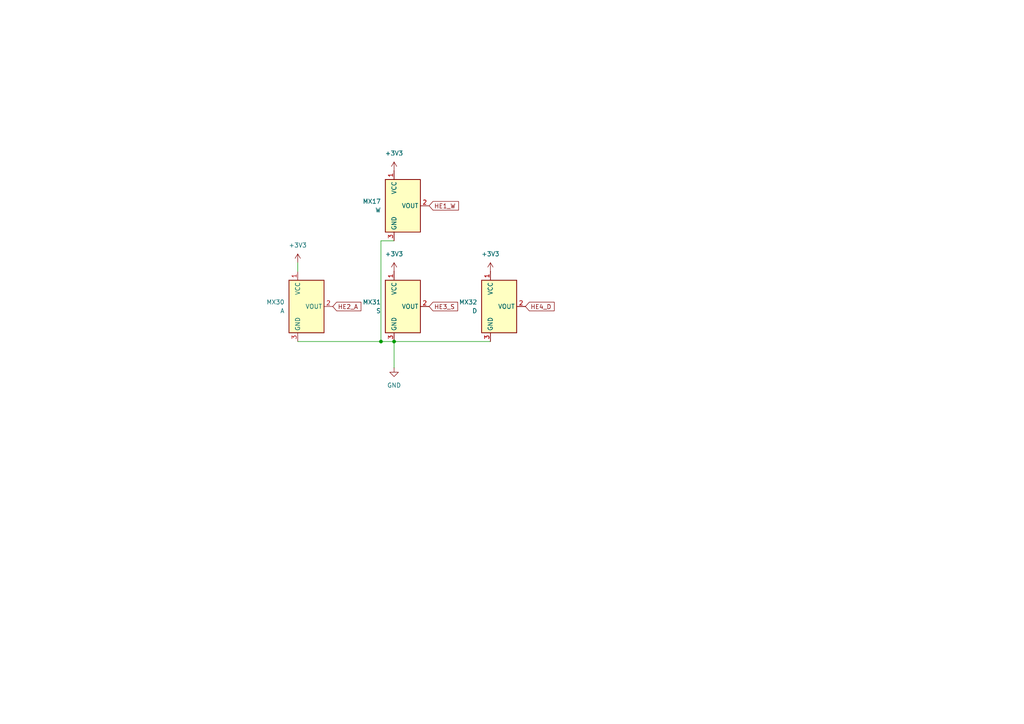
<source format=kicad_sch>
(kicad_sch (version 20250114) (generator "eeschema") (generator_version "9.0")
  (paper "A4")
  (lib_symbols
    (symbol "PCM_marbastlib-he:SW_MX_HE"
      (property "Reference" "HE" (at 0 11.43 0))
      (property "Value" "49E" (at 0 8.89 0))
      (symbol "SW_MX_HE_0_1"
        (rectangle (start -5.08 7.62) (end 5.08 -7.62) (stroke (width 0.254)) (fill (type background)))
      )
      (symbol "SW_MX_HE_1_1"
        (pin power_in line (at -2.54 10.16 270) (length 2.54) (name "VCC") (number "1"))
        (pin power_in line (at -2.54 -10.16 90) (length 2.54) (name "GND") (number "3"))
        (pin output line (at 7.62 0 180) (length 2.54) (name "VOUT") (number "2"))
      )
    )
    (symbol "power:+3V3" (power) (pin_numbers (hide yes)) (pin_names (offset 0) (hide yes))
      (property "Value" "+3V3" (at 0 3.556 0))
      (symbol "+3V3_0_1"
        (polyline (pts (xy -0.762 1.27) (xy 0 2.54)))
        (polyline (pts (xy 0 2.54) (xy 0.762 1.27)))
        (polyline (pts (xy 0 0) (xy 0 2.54)))
      )
      (symbol "+3V3_1_1"
        (pin power_in line (at 0 0 90) (length 0) (name "~") (number "1"))
      )
    )
    (symbol "power:GND" (power) (pin_numbers (hide yes)) (pin_names (offset 0) (hide yes))
      (property "Value" "GND" (at 0 -3.81 0))
      (symbol "GND_0_1"
        (polyline (pts (xy 0 0) (xy 0 -1.27) (xy 1.27 -1.27) (xy 0 -2.54) (xy -1.27 -1.27) (xy 0 -1.27)))
      )
      (symbol "GND_1_1"
        (pin power_in line (at 0 0 270) (length 0) (name "~") (number "1"))
      )
    )
  )
  (junction (at 114.3 99.06))
  (junction (at 110.49 99.06))
  (wire (pts (xy 110.49 69.85) (xy 110.49 99.06)))
  (wire (pts (xy 86.36 99.06) (xy 110.49 99.06)))
  (wire (pts (xy 114.3 69.85) (xy 110.49 69.85)))
  (wire (pts (xy 110.49 99.06) (xy 114.3 99.06)))
  (wire (pts (xy 86.36 76.2) (xy 86.36 78.74)))
  (wire (pts (xy 114.3 99.06) (xy 142.24 99.06)))
  (wire (pts (xy 114.3 106.68) (xy 114.3 99.06)))
  (global_label "HE2_A" (shape input) (at 96.52 88.9 0) (property "Intersheetrefs" "${INTERSHEET_REFS}" (effects (hide yes))))
  (global_label "HE3_S" (shape input) (at 124.46 88.9 0) (property "Intersheetrefs" "${INTERSHEET_REFS}" (effects (hide yes))))
  (global_label "HE4_D" (shape input) (at 152.4 88.9 0) (property "Intersheetrefs" "${INTERSHEET_REFS}" (effects (hide yes))))
  (global_label "HE1_W" (shape input) (at 124.46 59.69 0) (property "Intersheetrefs" "${INTERSHEET_REFS}" (effects (hide yes))))
  (symbol (lib_id "power:GND") (at 114.3 106.68 0) (unit 1)
    (property "Reference" "#PWR028" (effects (hide yes)))
    (property "Value" "GND" (at 114.3 111.76 0))
    (property "Description" "Power symbol creates a global label with name \"GND\" , ground" (effects (hide yes)))
  )
  (symbol (lib_id "PCM_marbastlib-he:SW_MX_HE") (at 88.9 88.9 0) (unit 1)
    (property "Reference" "MX30" (at 82.55 87.6299 0) (effects (justify right)))
    (property "Value" "A" (at 82.55 90.1699 0) (effects (justify right)))
    (property "Footprint" "PCM_marbastlib-xp-he:SW_MX_HE_90deg_1u" (effects (hide yes)))
    (property "Datasheet" "https://wmsc.lcsc.com/wmsc/upload/file/pdf/v2/lcsc/2310271810_Hallwee-HAL9303SO_C19089525.pdf" (effects (hide yes)))
    (property "Description" "Hall effect switch, bipolar, -+1000Gs, 4.7mV/Gs, -40C to +150C, SOT-23" (effects (hide yes)))
  )
  (symbol (lib_id "PCM_marbastlib-he:SW_MX_HE") (at 116.84 88.9 0) (unit 1)
    (property "Reference" "MX31" (at 110.49 87.6299 0) (effects (justify right)))
    (property "Value" "S" (at 110.49 90.1699 0) (effects (justify right)))
    (property "Footprint" "PCM_marbastlib-xp-he:SW_MX_HE_90deg_1u" (effects (hide yes)))
    (property "Datasheet" "https://wmsc.lcsc.com/wmsc/upload/file/pdf/v2/lcsc/2310271810_Hallwee-HAL9303SO_C19089525.pdf" (effects (hide yes)))
    (property "Description" "Hall effect switch, bipolar, -+1000Gs, 4.7mV/Gs, -40C to +150C, SOT-23" (effects (hide yes)))
  )
  (symbol (lib_id "power:+3V3") (at 86.36 76.2 0) (unit 1)
    (property "Reference" "#PWR024" (effects (hide yes)))
    (property "Value" "+3V3" (at 86.36 71.12 0))
    (property "Description" "Power symbol creates a global label with name \"+3V3\"" (effects (hide yes)))
  )
  (symbol (lib_id "power:+3V3") (at 114.3 49.53 0) (unit 1)
    (property "Reference" "#PWR027" (effects (hide yes)))
    (property "Value" "+3V3" (at 114.3 44.45 0))
    (property "Description" "Power symbol creates a global label with name \"+3V3\"" (effects (hide yes)))
  )
  (symbol (lib_id "PCM_marbastlib-he:SW_MX_HE") (at 116.84 59.69 0) (unit 1)
    (property "Reference" "MX17" (at 110.49 58.4199 0) (effects (justify right)))
    (property "Value" "W" (at 110.49 60.9599 0) (effects (justify right)))
    (property "Footprint" "PCM_marbastlib-xp-he:SW_MX_HE_90deg_1u" (effects (hide yes)))
    (property "Datasheet" "https://wmsc.lcsc.com/wmsc/upload/file/pdf/v2/lcsc/2310271810_Hallwee-HAL9303SO_C19089525.pdf" (effects (hide yes)))
    (property "Description" "Hall effect switch, bipolar, -+1000Gs, 4.7mV/Gs, -40C to +150C, SOT-23" (effects (hide yes)))
  )
  (symbol (lib_id "PCM_marbastlib-he:SW_MX_HE") (at 144.78 88.9 0) (unit 1)
    (property "Reference" "MX32" (at 138.43 87.6299 0) (effects (justify right)))
    (property "Value" "D" (at 138.43 90.1699 0) (effects (justify right)))
    (property "Footprint" "PCM_marbastlib-xp-he:SW_MX_HE_90deg_1u" (effects (hide yes)))
    (property "Datasheet" "https://wmsc.lcsc.com/wmsc/upload/file/pdf/v2/lcsc/2310271810_Hallwee-HAL9303SO_C19089525.pdf" (effects (hide yes)))
    (property "Description" "Hall effect switch, bipolar, -+1000Gs, 4.7mV/Gs, -40C to +150C, SOT-23" (effects (hide yes)))
  )
  (symbol (lib_id "power:+3V3") (at 142.24 78.74 0) (unit 1)
    (property "Reference" "#PWR026" (effects (hide yes)))
    (property "Value" "+3V3" (at 142.24 73.66 0))
    (property "Description" "Power symbol creates a global label with name \"+3V3\"" (effects (hide yes)))
  )
  (symbol (lib_id "power:+3V3") (at 114.3 78.74 0) (unit 1)
    (property "Reference" "#PWR025" (effects (hide yes)))
    (property "Value" "+3V3" (at 114.3 73.66 0))
    (property "Description" "Power symbol creates a global label with name \"+3V3\"" (effects (hide yes)))
  )
)
</source>
